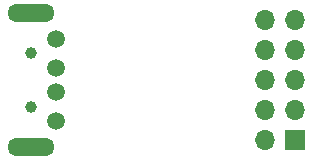
<source format=gbs>
G04 #@! TF.FileFunction,Soldermask,Bot*
%FSLAX46Y46*%
G04 Gerber Fmt 4.6, Leading zero omitted, Abs format (unit mm)*
G04 Created by KiCad (PCBNEW 4.0.6-e0-6349~53~ubuntu16.04.1) date Fri Jun 23 14:49:20 2017*
%MOMM*%
%LPD*%
G01*
G04 APERTURE LIST*
%ADD10C,0.100000*%
%ADD11C,1.500000*%
%ADD12O,4.000000X1.500000*%
%ADD13C,1.000000*%
%ADD14R,1.700000X1.700000*%
%ADD15O,1.700000X1.700000*%
G04 APERTURE END LIST*
D10*
D11*
X104800000Y-103500000D03*
X104800000Y-106000000D03*
X104800000Y-108000000D03*
X104800000Y-110500000D03*
D12*
X102700000Y-112700000D03*
X102700000Y-101300000D03*
D13*
X102700000Y-104750000D03*
X102700000Y-109250000D03*
D14*
X125050000Y-112080000D03*
D15*
X122510000Y-112080000D03*
X125050000Y-109540000D03*
X122510000Y-109540000D03*
X125050000Y-107000000D03*
X122510000Y-107000000D03*
X125050000Y-104460000D03*
X122510000Y-104460000D03*
X125050000Y-101920000D03*
X122510000Y-101920000D03*
M02*

</source>
